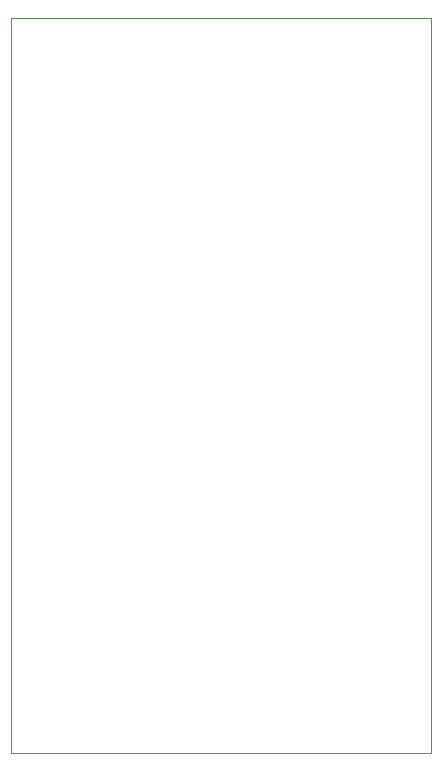
<source format=gbr>
%TF.GenerationSoftware,KiCad,Pcbnew,(5.1.9)-1*%
%TF.CreationDate,2021-03-30T23:32:36+02:00*%
%TF.ProjectId,Programmer,50726f67-7261-46d6-9d65-722e6b696361,v0.1*%
%TF.SameCoordinates,Original*%
%TF.FileFunction,Profile,NP*%
%FSLAX46Y46*%
G04 Gerber Fmt 4.6, Leading zero omitted, Abs format (unit mm)*
G04 Created by KiCad (PCBNEW (5.1.9)-1) date 2021-03-30 23:32:36*
%MOMM*%
%LPD*%
G01*
G04 APERTURE LIST*
%TA.AperFunction,Profile*%
%ADD10C,0.050000*%
%TD*%
G04 APERTURE END LIST*
D10*
X165100000Y-128905000D02*
X165100000Y-66675000D01*
X129540000Y-66675000D02*
X165100000Y-66675000D01*
X129540000Y-108585000D02*
X129540000Y-66675000D01*
X129540000Y-128905000D02*
X165100000Y-128905000D01*
X129540000Y-108585000D02*
X129540000Y-128905000D01*
M02*

</source>
